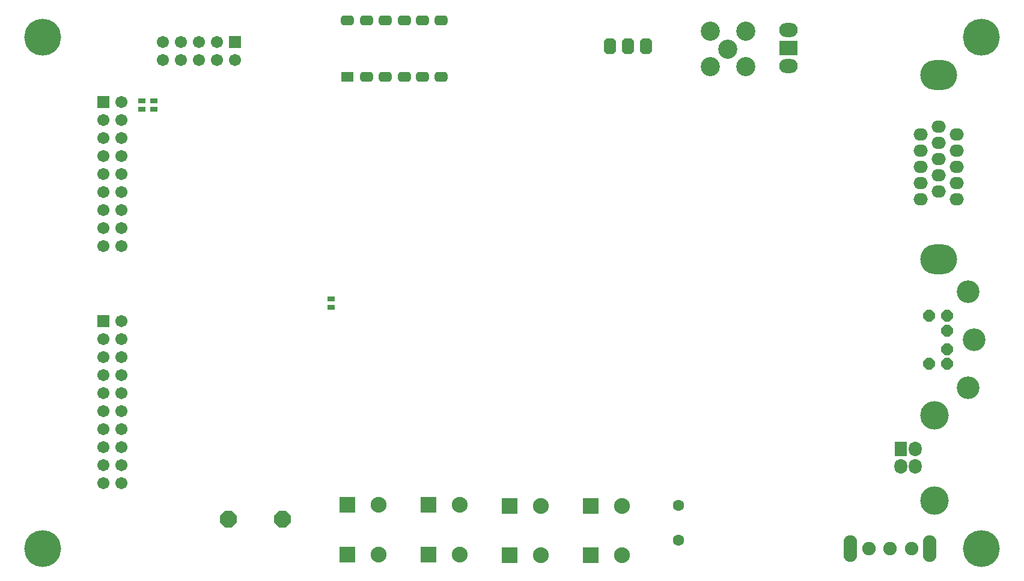
<source format=gbs>
%FSLAX43Y43*%
%MOMM*%
G71*
G01*
G75*
G04 Layer_Color=16711935*
%ADD10R,0.650X0.600*%
%ADD11R,0.500X0.600*%
%ADD12R,0.800X0.800*%
%ADD13R,0.900X1.300*%
%ADD14R,1.300X0.900*%
%ADD15R,0.800X0.800*%
%ADD16R,0.850X0.600*%
%ADD17R,0.600X0.850*%
%ADD18R,0.600X0.650*%
%ADD19R,0.600X0.500*%
%ADD20O,1.800X0.300*%
%ADD21O,0.300X1.800*%
%ADD22O,2.100X0.450*%
%ADD23R,2.400X3.300*%
%ADD24R,2.400X1.000*%
%ADD25O,0.510X2.000*%
%ADD26R,0.510X2.000*%
%ADD27R,2.400X2.500*%
%ADD28R,2.500X2.500*%
%ADD29O,1.650X0.550*%
%ADD30O,0.700X0.200*%
%ADD31O,0.200X0.700*%
%ADD32C,0.254*%
%ADD33C,0.200*%
%ADD34C,1.000*%
%ADD35C,0.250*%
%ADD36C,1.500*%
%ADD37C,0.500*%
%ADD38C,0.245*%
%ADD39O,1.800X1.524*%
%ADD40O,1.800X1.500*%
%ADD41O,5.000X4.000*%
%ADD42C,3.000*%
%ADD43P,1.524X8X112.5*%
%ADD44C,0.600*%
%ADD45C,5.000*%
%ADD46C,1.700*%
%ADD47O,1.700X3.556*%
G04:AMPARAMS|DCode=48|XSize=2.032mm|YSize=1.524mm|CornerRadius=0mm|HoleSize=0mm|Usage=FLASHONLY|Rotation=270.000|XOffset=0mm|YOffset=0mm|HoleType=Round|Shape=Octagon|*
%AMOCTAGOND48*
4,1,8,-0.381,-1.016,0.381,-1.016,0.762,-0.635,0.762,0.635,0.381,1.016,-0.381,1.016,-0.762,0.635,-0.762,-0.635,-0.381,-1.016,0.0*
%
%ADD48OCTAGOND48*%

%ADD49O,2.400X1.800*%
%ADD50R,2.400X1.800*%
G04:AMPARAMS|DCode=51|XSize=1.2mm|YSize=1.6mm|CornerRadius=0.3mm|HoleSize=0mm|Usage=FLASHONLY|Rotation=270.000|XOffset=0mm|YOffset=0mm|HoleType=Round|Shape=RoundedRectangle|*
%AMROUNDEDRECTD51*
21,1,1.200,1.000,0,0,270.0*
21,1,0.600,1.600,0,0,270.0*
1,1,0.600,-0.500,-0.300*
1,1,0.600,-0.500,0.300*
1,1,0.600,0.500,0.300*
1,1,0.600,0.500,-0.300*
%
%ADD51ROUNDEDRECTD51*%
%ADD52R,1.600X1.200*%
%ADD53C,1.397*%
%ADD54C,3.800*%
%ADD55O,1.600X1.900*%
%ADD56R,1.600X1.900*%
%ADD57C,2.032*%
%ADD58R,2.032X2.032*%
%ADD59C,1.500*%
%ADD60R,1.500X1.500*%
%ADD61R,1.500X1.500*%
%ADD62C,2.500*%
%ADD63P,2.337X8X202.5*%
%ADD64C,0.700*%
%ADD65C,1.000*%
%ADD66C,0.255*%
%ADD67C,0.800*%
%ADD68C,0.178*%
%ADD69C,0.860*%
%ADD70C,0.127*%
%ADD71C,0.600*%
%ADD72C,0.152*%
%ADD73C,0.203*%
%ADD74C,0.762*%
%ADD75C,0.051*%
%ADD76C,0.120*%
%ADD77C,0.150*%
%ADD78R,17.755X3.175*%
%ADD79R,2.159X1.905*%
%ADD80R,0.508X0.508*%
%ADD81R,1.778X0.254*%
%ADD82R,0.701X0.651*%
%ADD83R,0.551X0.651*%
%ADD84R,1.003X1.003*%
%ADD85R,1.103X1.503*%
%ADD86R,1.503X1.103*%
%ADD87R,1.003X1.003*%
%ADD88R,1.053X0.803*%
%ADD89R,0.803X1.053*%
%ADD90R,0.651X0.701*%
%ADD91R,0.651X0.551*%
%ADD92O,2.003X0.503*%
%ADD93O,0.503X2.003*%
%ADD94O,2.303X0.653*%
%ADD95R,2.603X3.503*%
%ADD96R,2.603X1.203*%
%ADD97O,0.713X2.203*%
%ADD98R,0.713X2.203*%
%ADD99R,2.603X2.703*%
%ADD100R,2.703X2.703*%
%ADD101O,1.853X0.753*%
%ADD102O,0.903X0.403*%
%ADD103O,0.403X0.903*%
%ADD104O,2.003X1.727*%
%ADD105O,2.003X1.703*%
%ADD106O,5.203X4.203*%
%ADD107C,3.203*%
%ADD108P,1.744X8X112.5*%
%ADD109C,0.803*%
%ADD110C,5.200*%
%ADD111C,1.903*%
%ADD112O,1.903X3.759*%
G04:AMPARAMS|DCode=113|XSize=2.235mm|YSize=1.727mm|CornerRadius=0mm|HoleSize=0mm|Usage=FLASHONLY|Rotation=270.000|XOffset=0mm|YOffset=0mm|HoleType=Round|Shape=Octagon|*
%AMOCTAGOND113*
4,1,8,-0.432,-1.118,0.432,-1.118,0.864,-0.686,0.864,0.686,0.432,1.118,-0.432,1.118,-0.864,0.686,-0.864,-0.686,-0.432,-1.118,0.0*
%
%ADD113OCTAGOND113*%

%ADD114O,2.603X2.003*%
%ADD115R,2.603X2.003*%
G04:AMPARAMS|DCode=116|XSize=1.403mm|YSize=1.803mm|CornerRadius=0.402mm|HoleSize=0mm|Usage=FLASHONLY|Rotation=270.000|XOffset=0mm|YOffset=0mm|HoleType=Round|Shape=RoundedRectangle|*
%AMROUNDEDRECTD116*
21,1,1.403,1.000,0,0,270.0*
21,1,0.600,1.803,0,0,270.0*
1,1,0.803,-0.500,-0.300*
1,1,0.803,-0.500,0.300*
1,1,0.803,0.500,0.300*
1,1,0.803,0.500,-0.300*
%
%ADD116ROUNDEDRECTD116*%
%ADD117R,1.803X1.403*%
%ADD118C,1.600*%
%ADD119C,4.003*%
%ADD120O,1.803X2.103*%
%ADD121R,1.803X2.103*%
%ADD122C,2.235*%
%ADD123R,2.235X2.235*%
%ADD124C,1.703*%
%ADD125R,1.703X1.703*%
%ADD126R,1.703X1.703*%
%ADD127C,2.703*%
%ADD128P,2.557X8X202.5*%
D88*
X96647Y114808D02*
D03*
Y116052D02*
D03*
X69977Y142748D02*
D03*
Y143992D02*
D03*
X71628Y142748D02*
D03*
Y143992D02*
D03*
D104*
X184785Y132330D02*
D03*
Y139200D02*
D03*
Y130040D02*
D03*
Y134620D02*
D03*
Y136910D02*
D03*
X179705D02*
D03*
Y134620D02*
D03*
Y139200D02*
D03*
Y132330D02*
D03*
X182245Y138050D02*
D03*
Y135760D02*
D03*
Y131180D02*
D03*
Y140340D02*
D03*
Y133470D02*
D03*
D105*
X179705Y130040D02*
D03*
D106*
X182245Y147620D02*
D03*
Y121620D02*
D03*
D107*
X186397Y116986D02*
D03*
Y103486D02*
D03*
X187197Y110236D02*
D03*
D108*
X180897Y106836D02*
D03*
Y113636D02*
D03*
X183397Y106836D02*
D03*
Y113636D02*
D03*
Y108936D02*
D03*
Y111536D02*
D03*
D109*
X189628Y79358D02*
D03*
X190214Y80772D02*
D03*
X186800Y79358D02*
D03*
X188214Y78772D02*
D03*
X186800Y82186D02*
D03*
X186214Y80772D02*
D03*
X188214Y82772D02*
D03*
X189628Y82186D02*
D03*
X57421Y79358D02*
D03*
X58007Y80772D02*
D03*
X54593Y79358D02*
D03*
X56007Y78772D02*
D03*
X54593Y82186D02*
D03*
X54007Y80772D02*
D03*
X56007Y82772D02*
D03*
X57421Y82186D02*
D03*
X189628Y151494D02*
D03*
X190214Y152908D02*
D03*
X186800Y151494D02*
D03*
X188214Y150908D02*
D03*
X186800Y154322D02*
D03*
X186214Y152908D02*
D03*
X188214Y154908D02*
D03*
X189628Y154322D02*
D03*
X57421Y151494D02*
D03*
X58007Y152908D02*
D03*
X54593Y151494D02*
D03*
X56007Y150908D02*
D03*
X54593Y154322D02*
D03*
X54007Y152908D02*
D03*
X56007Y154908D02*
D03*
X57421Y154322D02*
D03*
D110*
X188214Y80772D02*
D03*
X56007D02*
D03*
X188214Y152908D02*
D03*
X56007D02*
D03*
D111*
X172387Y80772D02*
D03*
X178387D02*
D03*
X175387D02*
D03*
D112*
X180987D02*
D03*
X169787D02*
D03*
D113*
X135890Y151638D02*
D03*
X138430D02*
D03*
X140970D02*
D03*
D114*
X161036Y153924D02*
D03*
Y148844D02*
D03*
D115*
Y151384D02*
D03*
D116*
X112141Y147320D02*
D03*
X109474D02*
D03*
X106934D02*
D03*
X104267D02*
D03*
X101600D02*
D03*
Y155321D02*
D03*
X104267D02*
D03*
X106934D02*
D03*
X109474D02*
D03*
X98933D02*
D03*
X112141D02*
D03*
D117*
X98933Y147320D02*
D03*
D118*
X145542Y82015D02*
D03*
Y86895D02*
D03*
D119*
X181597Y87579D02*
D03*
Y99619D02*
D03*
D120*
X178887Y92349D02*
D03*
Y94849D02*
D03*
X176887Y92349D02*
D03*
D121*
Y94849D02*
D03*
D122*
X137605Y86804D02*
D03*
Y79820D02*
D03*
X126174Y86804D02*
D03*
Y79820D02*
D03*
X114744Y86932D02*
D03*
Y79947D02*
D03*
X103314Y86932D02*
D03*
Y79947D02*
D03*
D123*
X133160Y86804D02*
D03*
Y79820D02*
D03*
X121729Y86804D02*
D03*
Y79820D02*
D03*
X110299Y86932D02*
D03*
Y79947D02*
D03*
X98869Y86932D02*
D03*
Y79947D02*
D03*
D124*
X72898Y149733D02*
D03*
Y152273D02*
D03*
X75438Y149733D02*
D03*
Y152273D02*
D03*
X77978Y149733D02*
D03*
Y152273D02*
D03*
X80518Y149733D02*
D03*
Y152273D02*
D03*
X83058Y149733D02*
D03*
X67056Y112903D02*
D03*
X64516Y110363D02*
D03*
X67056D02*
D03*
X64516Y107823D02*
D03*
X67056D02*
D03*
X64516Y105283D02*
D03*
X67056D02*
D03*
X64516Y102743D02*
D03*
X67056D02*
D03*
X64516Y100203D02*
D03*
X67056D02*
D03*
X64516Y97663D02*
D03*
X67056D02*
D03*
X64516Y95123D02*
D03*
X67056D02*
D03*
X64516Y92583D02*
D03*
X67056D02*
D03*
X64516Y90043D02*
D03*
X67056D02*
D03*
Y143764D02*
D03*
X64516Y141224D02*
D03*
X67056D02*
D03*
X64516Y138684D02*
D03*
X67056D02*
D03*
X64516Y136144D02*
D03*
X67056D02*
D03*
X64516Y133604D02*
D03*
X67056D02*
D03*
X64516Y131064D02*
D03*
X67056D02*
D03*
X64516Y128524D02*
D03*
X67056D02*
D03*
X64516Y125984D02*
D03*
X67056D02*
D03*
X64516Y123444D02*
D03*
X67056D02*
D03*
D125*
X83058Y152273D02*
D03*
D126*
X64516Y112903D02*
D03*
Y143764D02*
D03*
D127*
X150027Y153757D02*
D03*
X155027D02*
D03*
Y148757D02*
D03*
X150027D02*
D03*
X152527Y151257D02*
D03*
D128*
X89789Y84963D02*
D03*
X82169D02*
D03*
M02*

</source>
